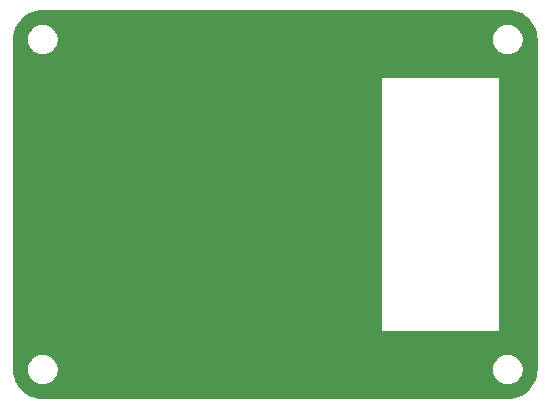
<source format=gtl>
%TF.GenerationSoftware,KiCad,Pcbnew,9.0.4+dfsg-1*%
%TF.CreationDate,2025-09-16T15:16:04+08:00*%
%TF.ProjectId,cover,636f7665-722e-46b6-9963-61645f706362,a*%
%TF.SameCoordinates,Original*%
%TF.FileFunction,Copper,L1,Top*%
%TF.FilePolarity,Positive*%
%FSLAX45Y45*%
G04 Gerber Fmt 4.5, Leading zero omitted, Abs format (unit mm)*
G04 Created by KiCad (PCBNEW 9.0.4+dfsg-1) date 2025-09-16 15:16:04*
%MOMM*%
%LPD*%
G01*
G04 APERTURE LIST*
G04 APERTURE END LIST*
%TA.AperFunction,NonConductor*%
G36*
X14351226Y-7241564D02*
G01*
X14353926Y-7241727D01*
X14380856Y-7243356D01*
X14381756Y-7243465D01*
X14410729Y-7248775D01*
X14411609Y-7248992D01*
X14439731Y-7257755D01*
X14440580Y-7258077D01*
X14467440Y-7270165D01*
X14468244Y-7270587D01*
X14493451Y-7285826D01*
X14494198Y-7286341D01*
X14517384Y-7304507D01*
X14518064Y-7305109D01*
X14538891Y-7325936D01*
X14539493Y-7326616D01*
X14557658Y-7349802D01*
X14558174Y-7350549D01*
X14573413Y-7375756D01*
X14573835Y-7376560D01*
X14585923Y-7403420D01*
X14586245Y-7404269D01*
X14595008Y-7432390D01*
X14595225Y-7433272D01*
X14600534Y-7462243D01*
X14600644Y-7463145D01*
X14602436Y-7492773D01*
X14602450Y-7493228D01*
X14602450Y-10286772D01*
X14602436Y-10287226D01*
X14600644Y-10316855D01*
X14600534Y-10317757D01*
X14595225Y-10346728D01*
X14595008Y-10347610D01*
X14586245Y-10375731D01*
X14585923Y-10376580D01*
X14573835Y-10403440D01*
X14573413Y-10404244D01*
X14558174Y-10429451D01*
X14557658Y-10430198D01*
X14539493Y-10453384D01*
X14538891Y-10454064D01*
X14518064Y-10474891D01*
X14517384Y-10475493D01*
X14494198Y-10493658D01*
X14493451Y-10494174D01*
X14468244Y-10509413D01*
X14467440Y-10509835D01*
X14440580Y-10521923D01*
X14439731Y-10522245D01*
X14411610Y-10531008D01*
X14410728Y-10531225D01*
X14381757Y-10536535D01*
X14380855Y-10536644D01*
X14351226Y-10538436D01*
X14350772Y-10538450D01*
X10414228Y-10538450D01*
X10413774Y-10538436D01*
X10384145Y-10536644D01*
X10383243Y-10536535D01*
X10354272Y-10531225D01*
X10353390Y-10531008D01*
X10325269Y-10522245D01*
X10324420Y-10521923D01*
X10297560Y-10509835D01*
X10296756Y-10509413D01*
X10271549Y-10494174D01*
X10270802Y-10493658D01*
X10247616Y-10475493D01*
X10246936Y-10474891D01*
X10226109Y-10454064D01*
X10225507Y-10453384D01*
X10207342Y-10430198D01*
X10206826Y-10429451D01*
X10191587Y-10404243D01*
X10191165Y-10403440D01*
X10179077Y-10376580D01*
X10178755Y-10375731D01*
X10176540Y-10368622D01*
X10169992Y-10347609D01*
X10169775Y-10346729D01*
X10164465Y-10317756D01*
X10164356Y-10316856D01*
X10162564Y-10287226D01*
X10162550Y-10286772D01*
X10162550Y-10277139D01*
X10288710Y-10277139D01*
X10288710Y-10296861D01*
X10291795Y-10316339D01*
X10291795Y-10316340D01*
X10297889Y-10335095D01*
X10306842Y-10352666D01*
X10318434Y-10368621D01*
X10318435Y-10368622D01*
X10332378Y-10382565D01*
X10332379Y-10382566D01*
X10332379Y-10382566D01*
X10336187Y-10385332D01*
X10348334Y-10394158D01*
X10365905Y-10403111D01*
X10384660Y-10409205D01*
X10384661Y-10409205D01*
X10384661Y-10409205D01*
X10404140Y-10412290D01*
X10404140Y-10412290D01*
X10423860Y-10412290D01*
X10423861Y-10412290D01*
X10443339Y-10409205D01*
X10443339Y-10409205D01*
X10443340Y-10409205D01*
X10457116Y-10404729D01*
X10462095Y-10403111D01*
X10479666Y-10394158D01*
X10495621Y-10382566D01*
X10509566Y-10368621D01*
X10521158Y-10352666D01*
X10530111Y-10335095D01*
X10531753Y-10330041D01*
X10536205Y-10316340D01*
X10536205Y-10316339D01*
X10536205Y-10316339D01*
X10539290Y-10296861D01*
X10539290Y-10277140D01*
X10539290Y-10277139D01*
X14225710Y-10277139D01*
X14225710Y-10296861D01*
X14228795Y-10316339D01*
X14228795Y-10316340D01*
X14234889Y-10335095D01*
X14243842Y-10352666D01*
X14255434Y-10368621D01*
X14255435Y-10368622D01*
X14269378Y-10382565D01*
X14269379Y-10382566D01*
X14269379Y-10382566D01*
X14273187Y-10385332D01*
X14285333Y-10394158D01*
X14302905Y-10403111D01*
X14321660Y-10409205D01*
X14321661Y-10409205D01*
X14321661Y-10409205D01*
X14341139Y-10412290D01*
X14341140Y-10412290D01*
X14360860Y-10412290D01*
X14360860Y-10412290D01*
X14380339Y-10409205D01*
X14380339Y-10409205D01*
X14380340Y-10409205D01*
X14394116Y-10404729D01*
X14399095Y-10403111D01*
X14416666Y-10394158D01*
X14432621Y-10382566D01*
X14446566Y-10368621D01*
X14458158Y-10352666D01*
X14467111Y-10335095D01*
X14468753Y-10330041D01*
X14473205Y-10316340D01*
X14473205Y-10316339D01*
X14473205Y-10316339D01*
X14476290Y-10296861D01*
X14476290Y-10277140D01*
X14473205Y-10257661D01*
X14473205Y-10257661D01*
X14473205Y-10257660D01*
X14467111Y-10238905D01*
X14458157Y-10221334D01*
X14452905Y-10214105D01*
X14446566Y-10205379D01*
X14446566Y-10205379D01*
X14446565Y-10205378D01*
X14432622Y-10191435D01*
X14432621Y-10191434D01*
X14416666Y-10179842D01*
X14399095Y-10170889D01*
X14380340Y-10164795D01*
X14380338Y-10164795D01*
X14360861Y-10161710D01*
X14360860Y-10161710D01*
X14341139Y-10161710D01*
X14341139Y-10161710D01*
X14321661Y-10164795D01*
X14321660Y-10164795D01*
X14302905Y-10170889D01*
X14285333Y-10179842D01*
X14269379Y-10191434D01*
X14269378Y-10191435D01*
X14255435Y-10205378D01*
X14255434Y-10205379D01*
X14243842Y-10221334D01*
X14234889Y-10238905D01*
X14228795Y-10257660D01*
X14228795Y-10257661D01*
X14225710Y-10277139D01*
X10539290Y-10277139D01*
X10536205Y-10257661D01*
X10536205Y-10257661D01*
X10536205Y-10257660D01*
X10530111Y-10238905D01*
X10521158Y-10221334D01*
X10515905Y-10214105D01*
X10509566Y-10205379D01*
X10509566Y-10205379D01*
X10509565Y-10205378D01*
X10495622Y-10191435D01*
X10495621Y-10191434D01*
X10479666Y-10179842D01*
X10462095Y-10170889D01*
X10443340Y-10164795D01*
X10443339Y-10164795D01*
X10423861Y-10161710D01*
X10423861Y-10161710D01*
X10404140Y-10161710D01*
X10404139Y-10161710D01*
X10384661Y-10164795D01*
X10384660Y-10164795D01*
X10365905Y-10170889D01*
X10348334Y-10179842D01*
X10332379Y-10191434D01*
X10332378Y-10191435D01*
X10318435Y-10205378D01*
X10318434Y-10205379D01*
X10306842Y-10221334D01*
X10297889Y-10238905D01*
X10291795Y-10257660D01*
X10291795Y-10257661D01*
X10288710Y-10277139D01*
X10162550Y-10277139D01*
X10162550Y-7822144D01*
X13281650Y-7822144D01*
X13281650Y-7822144D01*
X13281650Y-9957856D01*
X13283144Y-9959350D01*
X14275856Y-9959350D01*
X14277350Y-9957856D01*
X14277350Y-7822144D01*
X14275856Y-7820650D01*
X13285256Y-7820650D01*
X13283144Y-7820650D01*
X13281650Y-7822144D01*
X10162550Y-7822144D01*
X10162550Y-7493228D01*
X10162564Y-7492773D01*
X10163147Y-7483139D01*
X10288710Y-7483139D01*
X10288710Y-7502861D01*
X10291795Y-7522338D01*
X10291795Y-7522340D01*
X10297889Y-7541095D01*
X10306842Y-7558666D01*
X10318434Y-7574621D01*
X10318435Y-7574622D01*
X10332378Y-7588565D01*
X10332379Y-7588566D01*
X10332379Y-7588566D01*
X10341105Y-7594905D01*
X10348334Y-7600157D01*
X10365905Y-7609111D01*
X10384660Y-7615205D01*
X10384661Y-7615205D01*
X10384661Y-7615205D01*
X10404140Y-7618290D01*
X10404140Y-7618290D01*
X10423860Y-7618290D01*
X10423861Y-7618290D01*
X10443339Y-7615205D01*
X10443339Y-7615205D01*
X10443340Y-7615205D01*
X10457116Y-7610728D01*
X10462095Y-7609111D01*
X10479666Y-7600158D01*
X10495621Y-7588566D01*
X10509566Y-7574621D01*
X10521158Y-7558666D01*
X10530111Y-7541095D01*
X10531729Y-7536116D01*
X10536205Y-7522340D01*
X10536205Y-7522339D01*
X10536205Y-7522339D01*
X10539290Y-7502860D01*
X10539290Y-7483139D01*
X10539290Y-7483139D01*
X14225710Y-7483139D01*
X14225710Y-7502861D01*
X14228795Y-7522338D01*
X14228795Y-7522340D01*
X14234889Y-7541095D01*
X14243842Y-7558666D01*
X14255434Y-7574621D01*
X14255435Y-7574622D01*
X14269378Y-7588565D01*
X14269379Y-7588566D01*
X14269379Y-7588566D01*
X14278104Y-7594905D01*
X14285333Y-7600157D01*
X14302905Y-7609111D01*
X14321660Y-7615205D01*
X14321661Y-7615205D01*
X14321661Y-7615205D01*
X14341139Y-7618290D01*
X14341140Y-7618290D01*
X14360860Y-7618290D01*
X14360860Y-7618290D01*
X14380339Y-7615205D01*
X14380339Y-7615205D01*
X14380340Y-7615205D01*
X14394116Y-7610728D01*
X14399095Y-7609111D01*
X14416666Y-7600158D01*
X14432621Y-7588566D01*
X14446566Y-7574621D01*
X14458158Y-7558666D01*
X14467111Y-7541095D01*
X14468728Y-7536116D01*
X14473205Y-7522340D01*
X14473205Y-7522339D01*
X14473205Y-7522339D01*
X14476290Y-7502860D01*
X14476290Y-7483139D01*
X14473205Y-7463661D01*
X14473205Y-7463661D01*
X14473205Y-7463660D01*
X14467111Y-7444905D01*
X14458157Y-7427333D01*
X14452905Y-7420104D01*
X14446566Y-7411379D01*
X14446566Y-7411379D01*
X14446565Y-7411378D01*
X14432622Y-7397435D01*
X14432621Y-7397434D01*
X14416666Y-7385842D01*
X14399095Y-7376889D01*
X14380340Y-7370795D01*
X14380338Y-7370795D01*
X14360861Y-7367710D01*
X14360860Y-7367710D01*
X14341139Y-7367710D01*
X14341139Y-7367710D01*
X14321661Y-7370795D01*
X14321660Y-7370795D01*
X14302905Y-7376889D01*
X14285333Y-7385842D01*
X14269379Y-7397434D01*
X14269378Y-7397435D01*
X14255435Y-7411378D01*
X14255434Y-7411379D01*
X14243842Y-7427333D01*
X14234889Y-7444905D01*
X14228795Y-7463660D01*
X14228795Y-7463661D01*
X14225710Y-7483139D01*
X10539290Y-7483139D01*
X10536205Y-7463661D01*
X10536205Y-7463661D01*
X10536205Y-7463660D01*
X10530111Y-7444905D01*
X10521158Y-7427333D01*
X10515905Y-7420104D01*
X10509566Y-7411379D01*
X10509566Y-7411379D01*
X10509565Y-7411378D01*
X10495622Y-7397435D01*
X10495621Y-7397434D01*
X10479666Y-7385842D01*
X10462095Y-7376889D01*
X10443340Y-7370795D01*
X10443339Y-7370795D01*
X10423861Y-7367710D01*
X10423861Y-7367710D01*
X10404140Y-7367710D01*
X10404139Y-7367710D01*
X10384661Y-7370795D01*
X10384660Y-7370795D01*
X10365905Y-7376889D01*
X10348334Y-7385842D01*
X10332379Y-7397434D01*
X10332378Y-7397435D01*
X10318435Y-7411378D01*
X10318434Y-7411379D01*
X10306842Y-7427333D01*
X10297889Y-7444905D01*
X10291795Y-7463660D01*
X10291795Y-7463661D01*
X10288710Y-7483139D01*
X10163147Y-7483139D01*
X10163192Y-7482390D01*
X10163192Y-7482390D01*
X10164325Y-7463661D01*
X10164356Y-7463144D01*
X10164465Y-7462244D01*
X10169775Y-7433270D01*
X10169992Y-7432391D01*
X10178755Y-7404268D01*
X10179077Y-7403420D01*
X10181771Y-7397434D01*
X10191166Y-7376559D01*
X10191587Y-7375757D01*
X10206826Y-7350548D01*
X10207341Y-7349802D01*
X10225507Y-7326615D01*
X10226108Y-7325937D01*
X10246937Y-7305108D01*
X10247615Y-7304507D01*
X10270802Y-7286341D01*
X10271548Y-7285826D01*
X10296757Y-7270587D01*
X10297559Y-7270166D01*
X10324420Y-7258076D01*
X10325268Y-7257755D01*
X10353391Y-7248991D01*
X10354270Y-7248775D01*
X10383244Y-7243465D01*
X10384144Y-7243356D01*
X10411344Y-7241711D01*
X10413774Y-7241564D01*
X10414228Y-7241550D01*
X10414829Y-7241550D01*
X14350171Y-7241550D01*
X14350772Y-7241550D01*
X14351226Y-7241564D01*
G37*
%TD.AperFunction*%
M02*

</source>
